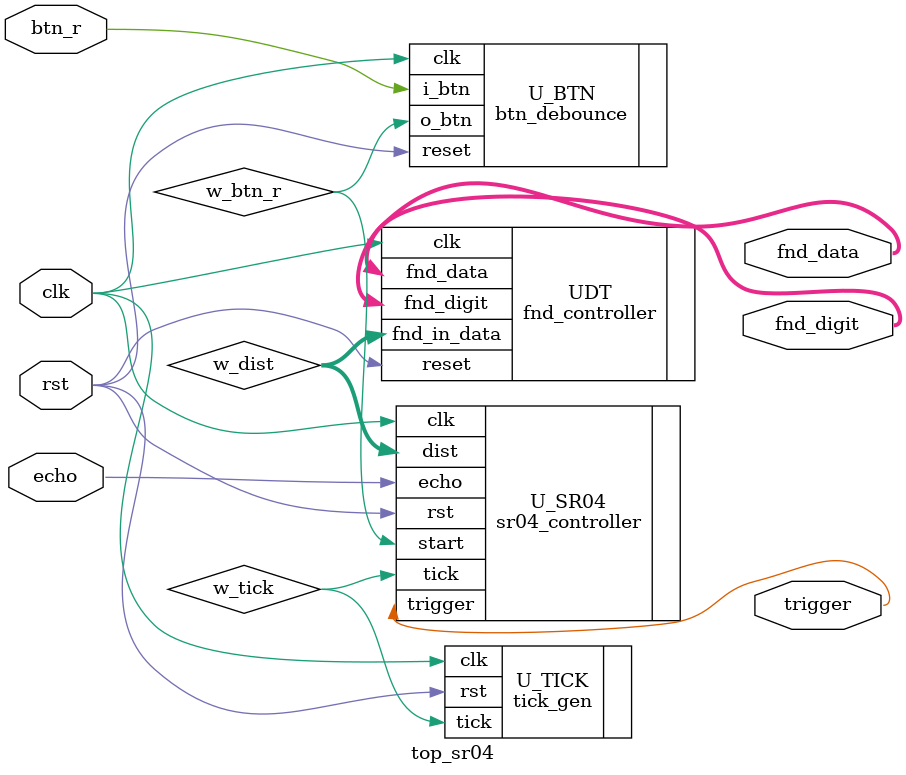
<source format=v>
`timescale 1ns / 1ps

module top_sr04(
    input clk,
    input rst,
    input echo,
    input btn_r,
    output trigger,
    output [7:0] fnd_data,
    output [3:0] fnd_digit
    );

wire [11:0] w_dist;
wire w_tick;
wire w_btn_r;
   tick_gen U_TICK(
   .clk(clk),
   .rst(rst),
   .tick(w_tick)
    );


    sr04_controller U_SR04(
    .clk(clk),
    .rst(rst),
    .tick(w_tick),
    .start(w_btn_r),
    .echo(echo),
    .dist(w_dist),
    .trigger(trigger)
    );


btn_debounce U_BTN(
    .clk(clk),
    .reset(rst),
    .i_btn(btn_r),
    .o_btn(w_btn_r)
);

    
fnd_controller UDT(
     .fnd_in_data(w_dist),
     .clk(clk),
     .reset(rst),
     .fnd_digit(fnd_digit),
     .fnd_data(fnd_data)
);

    
endmodule

</source>
